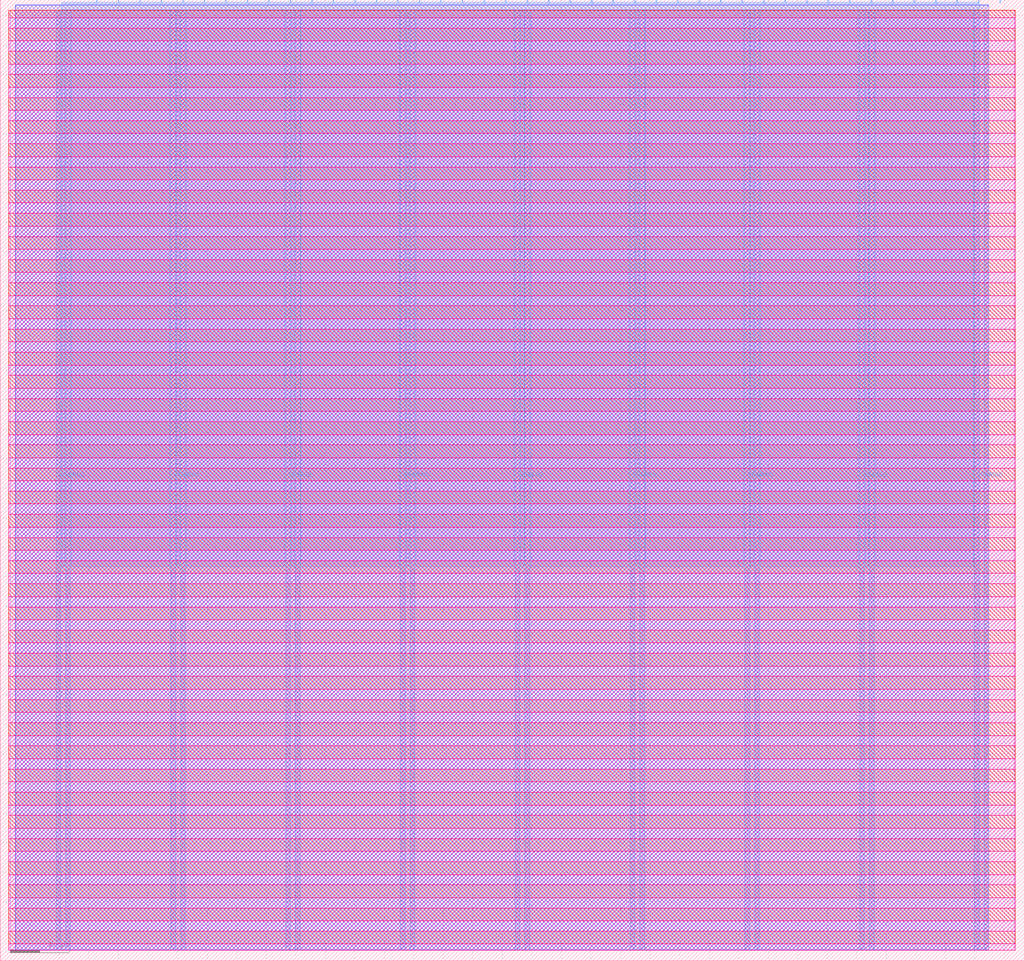
<source format=lef>
VERSION 5.7 ;
  NOWIREEXTENSIONATPIN ON ;
  DIVIDERCHAR "/" ;
  BUSBITCHARS "[]" ;
MACRO tt_um_kbeckmann_flame
  CLASS BLOCK ;
  FOREIGN tt_um_kbeckmann_flame ;
  ORIGIN 0.000 0.000 ;
  SIZE 346.640 BY 325.360 ;
  PIN VGND
    DIRECTION INOUT ;
    USE GROUND ;
    PORT
      LAYER Metal4 ;
        RECT 22.180 3.620 23.780 321.740 ;
    END
    PORT
      LAYER Metal4 ;
        RECT 61.050 3.620 62.650 321.740 ;
    END
    PORT
      LAYER Metal4 ;
        RECT 99.920 3.620 101.520 321.740 ;
    END
    PORT
      LAYER Metal4 ;
        RECT 138.790 3.620 140.390 321.740 ;
    END
    PORT
      LAYER Metal4 ;
        RECT 177.660 3.620 179.260 321.740 ;
    END
    PORT
      LAYER Metal4 ;
        RECT 216.530 3.620 218.130 321.740 ;
    END
    PORT
      LAYER Metal4 ;
        RECT 255.400 3.620 257.000 321.740 ;
    END
    PORT
      LAYER Metal4 ;
        RECT 294.270 3.620 295.870 321.740 ;
    END
    PORT
      LAYER Metal4 ;
        RECT 333.140 3.620 334.740 321.740 ;
    END
  END VGND
  PIN VPWR
    DIRECTION INOUT ;
    USE POWER ;
    PORT
      LAYER Metal4 ;
        RECT 18.880 3.620 20.480 321.740 ;
    END
    PORT
      LAYER Metal4 ;
        RECT 57.750 3.620 59.350 321.740 ;
    END
    PORT
      LAYER Metal4 ;
        RECT 96.620 3.620 98.220 321.740 ;
    END
    PORT
      LAYER Metal4 ;
        RECT 135.490 3.620 137.090 321.740 ;
    END
    PORT
      LAYER Metal4 ;
        RECT 174.360 3.620 175.960 321.740 ;
    END
    PORT
      LAYER Metal4 ;
        RECT 213.230 3.620 214.830 321.740 ;
    END
    PORT
      LAYER Metal4 ;
        RECT 252.100 3.620 253.700 321.740 ;
    END
    PORT
      LAYER Metal4 ;
        RECT 290.970 3.620 292.570 321.740 ;
    END
    PORT
      LAYER Metal4 ;
        RECT 329.840 3.620 331.440 321.740 ;
    END
  END VPWR
  PIN clk
    DIRECTION INPUT ;
    USE SIGNAL ;
    ANTENNAGATEAREA 4.738000 ;
    PORT
      LAYER Metal4 ;
        RECT 331.090 324.360 331.390 325.360 ;
    END
  END clk
  PIN ena
    DIRECTION INPUT ;
    USE SIGNAL ;
    PORT
      LAYER Metal4 ;
        RECT 338.370 324.360 338.670 325.360 ;
    END
  END ena
  PIN rst_n
    DIRECTION INPUT ;
    USE SIGNAL ;
    ANTENNAGATEAREA 1.102000 ;
    PORT
      LAYER Metal4 ;
        RECT 323.810 324.360 324.110 325.360 ;
    END
  END rst_n
  PIN ui_in[0]
    DIRECTION INPUT ;
    USE SIGNAL ;
    PORT
      LAYER Metal4 ;
        RECT 316.530 324.360 316.830 325.360 ;
    END
  END ui_in[0]
  PIN ui_in[1]
    DIRECTION INPUT ;
    USE SIGNAL ;
    PORT
      LAYER Metal4 ;
        RECT 309.250 324.360 309.550 325.360 ;
    END
  END ui_in[1]
  PIN ui_in[2]
    DIRECTION INPUT ;
    USE SIGNAL ;
    PORT
      LAYER Metal4 ;
        RECT 301.970 324.360 302.270 325.360 ;
    END
  END ui_in[2]
  PIN ui_in[3]
    DIRECTION INPUT ;
    USE SIGNAL ;
    PORT
      LAYER Metal4 ;
        RECT 294.690 324.360 294.990 325.360 ;
    END
  END ui_in[3]
  PIN ui_in[4]
    DIRECTION INPUT ;
    USE SIGNAL ;
    PORT
      LAYER Metal4 ;
        RECT 287.410 324.360 287.710 325.360 ;
    END
  END ui_in[4]
  PIN ui_in[5]
    DIRECTION INPUT ;
    USE SIGNAL ;
    PORT
      LAYER Metal4 ;
        RECT 280.130 324.360 280.430 325.360 ;
    END
  END ui_in[5]
  PIN ui_in[6]
    DIRECTION INPUT ;
    USE SIGNAL ;
    PORT
      LAYER Metal4 ;
        RECT 272.850 324.360 273.150 325.360 ;
    END
  END ui_in[6]
  PIN ui_in[7]
    DIRECTION INPUT ;
    USE SIGNAL ;
    PORT
      LAYER Metal4 ;
        RECT 265.570 324.360 265.870 325.360 ;
    END
  END ui_in[7]
  PIN uio_in[0]
    DIRECTION INPUT ;
    USE SIGNAL ;
    PORT
      LAYER Metal4 ;
        RECT 258.290 324.360 258.590 325.360 ;
    END
  END uio_in[0]
  PIN uio_in[1]
    DIRECTION INPUT ;
    USE SIGNAL ;
    PORT
      LAYER Metal4 ;
        RECT 251.010 324.360 251.310 325.360 ;
    END
  END uio_in[1]
  PIN uio_in[2]
    DIRECTION INPUT ;
    USE SIGNAL ;
    PORT
      LAYER Metal4 ;
        RECT 243.730 324.360 244.030 325.360 ;
    END
  END uio_in[2]
  PIN uio_in[3]
    DIRECTION INPUT ;
    USE SIGNAL ;
    PORT
      LAYER Metal4 ;
        RECT 236.450 324.360 236.750 325.360 ;
    END
  END uio_in[3]
  PIN uio_in[4]
    DIRECTION INPUT ;
    USE SIGNAL ;
    PORT
      LAYER Metal4 ;
        RECT 229.170 324.360 229.470 325.360 ;
    END
  END uio_in[4]
  PIN uio_in[5]
    DIRECTION INPUT ;
    USE SIGNAL ;
    PORT
      LAYER Metal4 ;
        RECT 221.890 324.360 222.190 325.360 ;
    END
  END uio_in[5]
  PIN uio_in[6]
    DIRECTION INPUT ;
    USE SIGNAL ;
    PORT
      LAYER Metal4 ;
        RECT 214.610 324.360 214.910 325.360 ;
    END
  END uio_in[6]
  PIN uio_in[7]
    DIRECTION INPUT ;
    USE SIGNAL ;
    PORT
      LAYER Metal4 ;
        RECT 207.330 324.360 207.630 325.360 ;
    END
  END uio_in[7]
  PIN uio_oe[0]
    DIRECTION OUTPUT ;
    USE SIGNAL ;
    ANTENNADIFFAREA 0.360800 ;
    PORT
      LAYER Metal4 ;
        RECT 83.570 324.360 83.870 325.360 ;
    END
  END uio_oe[0]
  PIN uio_oe[1]
    DIRECTION OUTPUT ;
    USE SIGNAL ;
    ANTENNADIFFAREA 0.360800 ;
    PORT
      LAYER Metal4 ;
        RECT 76.290 324.360 76.590 325.360 ;
    END
  END uio_oe[1]
  PIN uio_oe[2]
    DIRECTION OUTPUT ;
    USE SIGNAL ;
    ANTENNADIFFAREA 0.360800 ;
    PORT
      LAYER Metal4 ;
        RECT 69.010 324.360 69.310 325.360 ;
    END
  END uio_oe[2]
  PIN uio_oe[3]
    DIRECTION OUTPUT ;
    USE SIGNAL ;
    ANTENNADIFFAREA 0.360800 ;
    PORT
      LAYER Metal4 ;
        RECT 61.730 324.360 62.030 325.360 ;
    END
  END uio_oe[3]
  PIN uio_oe[4]
    DIRECTION OUTPUT ;
    USE SIGNAL ;
    ANTENNADIFFAREA 0.360800 ;
    PORT
      LAYER Metal4 ;
        RECT 54.450 324.360 54.750 325.360 ;
    END
  END uio_oe[4]
  PIN uio_oe[5]
    DIRECTION OUTPUT ;
    USE SIGNAL ;
    ANTENNADIFFAREA 0.360800 ;
    PORT
      LAYER Metal4 ;
        RECT 47.170 324.360 47.470 325.360 ;
    END
  END uio_oe[5]
  PIN uio_oe[6]
    DIRECTION OUTPUT ;
    USE SIGNAL ;
    ANTENNADIFFAREA 0.360800 ;
    PORT
      LAYER Metal4 ;
        RECT 39.890 324.360 40.190 325.360 ;
    END
  END uio_oe[6]
  PIN uio_oe[7]
    DIRECTION OUTPUT ;
    USE SIGNAL ;
    ANTENNADIFFAREA 0.536800 ;
    PORT
      LAYER Metal4 ;
        RECT 32.610 324.360 32.910 325.360 ;
    END
  END uio_oe[7]
  PIN uio_out[0]
    DIRECTION OUTPUT ;
    USE SIGNAL ;
    ANTENNADIFFAREA 0.360800 ;
    PORT
      LAYER Metal4 ;
        RECT 141.810 324.360 142.110 325.360 ;
    END
  END uio_out[0]
  PIN uio_out[1]
    DIRECTION OUTPUT ;
    USE SIGNAL ;
    ANTENNADIFFAREA 0.360800 ;
    PORT
      LAYER Metal4 ;
        RECT 134.530 324.360 134.830 325.360 ;
    END
  END uio_out[1]
  PIN uio_out[2]
    DIRECTION OUTPUT ;
    USE SIGNAL ;
    ANTENNADIFFAREA 0.360800 ;
    PORT
      LAYER Metal4 ;
        RECT 127.250 324.360 127.550 325.360 ;
    END
  END uio_out[2]
  PIN uio_out[3]
    DIRECTION OUTPUT ;
    USE SIGNAL ;
    ANTENNADIFFAREA 0.360800 ;
    PORT
      LAYER Metal4 ;
        RECT 119.970 324.360 120.270 325.360 ;
    END
  END uio_out[3]
  PIN uio_out[4]
    DIRECTION OUTPUT ;
    USE SIGNAL ;
    ANTENNADIFFAREA 0.360800 ;
    PORT
      LAYER Metal4 ;
        RECT 112.690 324.360 112.990 325.360 ;
    END
  END uio_out[4]
  PIN uio_out[5]
    DIRECTION OUTPUT ;
    USE SIGNAL ;
    ANTENNADIFFAREA 0.360800 ;
    PORT
      LAYER Metal4 ;
        RECT 105.410 324.360 105.710 325.360 ;
    END
  END uio_out[5]
  PIN uio_out[6]
    DIRECTION OUTPUT ;
    USE SIGNAL ;
    ANTENNADIFFAREA 0.360800 ;
    PORT
      LAYER Metal4 ;
        RECT 98.130 324.360 98.430 325.360 ;
    END
  END uio_out[6]
  PIN uio_out[7]
    DIRECTION OUTPUT ;
    USE SIGNAL ;
    ANTENNADIFFAREA 1.986000 ;
    PORT
      LAYER Metal4 ;
        RECT 90.850 324.360 91.150 325.360 ;
    END
  END uio_out[7]
  PIN uo_out[0]
    DIRECTION OUTPUT ;
    USE SIGNAL ;
    ANTENNADIFFAREA 4.295200 ;
    PORT
      LAYER Metal4 ;
        RECT 200.050 324.360 200.350 325.360 ;
    END
  END uo_out[0]
  PIN uo_out[1]
    DIRECTION OUTPUT ;
    USE SIGNAL ;
    ANTENNADIFFAREA 4.295200 ;
    PORT
      LAYER Metal4 ;
        RECT 192.770 324.360 193.070 325.360 ;
    END
  END uo_out[1]
  PIN uo_out[2]
    DIRECTION OUTPUT ;
    USE SIGNAL ;
    ANTENNADIFFAREA 2.932000 ;
    PORT
      LAYER Metal4 ;
        RECT 185.490 324.360 185.790 325.360 ;
    END
  END uo_out[2]
  PIN uo_out[3]
    DIRECTION OUTPUT ;
    USE SIGNAL ;
    ANTENNADIFFAREA 1.986000 ;
    PORT
      LAYER Metal4 ;
        RECT 178.210 324.360 178.510 325.360 ;
    END
  END uo_out[3]
  PIN uo_out[4]
    DIRECTION OUTPUT ;
    USE SIGNAL ;
    ANTENNADIFFAREA 2.963600 ;
    PORT
      LAYER Metal4 ;
        RECT 170.930 324.360 171.230 325.360 ;
    END
  END uo_out[4]
  PIN uo_out[5]
    DIRECTION OUTPUT ;
    USE SIGNAL ;
    ANTENNADIFFAREA 3.879200 ;
    PORT
      LAYER Metal4 ;
        RECT 163.650 324.360 163.950 325.360 ;
    END
  END uo_out[5]
  PIN uo_out[6]
    DIRECTION OUTPUT ;
    USE SIGNAL ;
    ANTENNADIFFAREA 2.963600 ;
    PORT
      LAYER Metal4 ;
        RECT 156.370 324.360 156.670 325.360 ;
    END
  END uo_out[6]
  PIN uo_out[7]
    DIRECTION OUTPUT ;
    USE SIGNAL ;
    ANTENNADIFFAREA 1.986000 ;
    PORT
      LAYER Metal4 ;
        RECT 149.090 324.360 149.390 325.360 ;
    END
  END uo_out[7]
  OBS
      LAYER Nwell ;
        RECT 2.930 319.280 343.710 321.870 ;
      LAYER Pwell ;
        RECT 2.930 315.760 343.710 319.280 ;
      LAYER Nwell ;
        RECT 2.930 311.440 343.710 315.760 ;
      LAYER Pwell ;
        RECT 2.930 307.920 343.710 311.440 ;
      LAYER Nwell ;
        RECT 2.930 303.600 343.710 307.920 ;
      LAYER Pwell ;
        RECT 2.930 300.080 343.710 303.600 ;
      LAYER Nwell ;
        RECT 2.930 295.760 343.710 300.080 ;
      LAYER Pwell ;
        RECT 2.930 292.240 343.710 295.760 ;
      LAYER Nwell ;
        RECT 2.930 287.920 343.710 292.240 ;
      LAYER Pwell ;
        RECT 2.930 284.400 343.710 287.920 ;
      LAYER Nwell ;
        RECT 2.930 280.080 343.710 284.400 ;
      LAYER Pwell ;
        RECT 2.930 276.560 343.710 280.080 ;
      LAYER Nwell ;
        RECT 2.930 272.240 343.710 276.560 ;
      LAYER Pwell ;
        RECT 2.930 268.720 343.710 272.240 ;
      LAYER Nwell ;
        RECT 2.930 264.400 343.710 268.720 ;
      LAYER Pwell ;
        RECT 2.930 260.880 343.710 264.400 ;
      LAYER Nwell ;
        RECT 2.930 256.560 343.710 260.880 ;
      LAYER Pwell ;
        RECT 2.930 253.040 343.710 256.560 ;
      LAYER Nwell ;
        RECT 2.930 248.720 343.710 253.040 ;
      LAYER Pwell ;
        RECT 2.930 245.200 343.710 248.720 ;
      LAYER Nwell ;
        RECT 2.930 240.880 343.710 245.200 ;
      LAYER Pwell ;
        RECT 2.930 237.360 343.710 240.880 ;
      LAYER Nwell ;
        RECT 2.930 233.040 343.710 237.360 ;
      LAYER Pwell ;
        RECT 2.930 229.520 343.710 233.040 ;
      LAYER Nwell ;
        RECT 2.930 225.200 343.710 229.520 ;
      LAYER Pwell ;
        RECT 2.930 221.680 343.710 225.200 ;
      LAYER Nwell ;
        RECT 2.930 217.360 343.710 221.680 ;
      LAYER Pwell ;
        RECT 2.930 213.840 343.710 217.360 ;
      LAYER Nwell ;
        RECT 2.930 209.520 343.710 213.840 ;
      LAYER Pwell ;
        RECT 2.930 206.000 343.710 209.520 ;
      LAYER Nwell ;
        RECT 2.930 201.680 343.710 206.000 ;
      LAYER Pwell ;
        RECT 2.930 198.160 343.710 201.680 ;
      LAYER Nwell ;
        RECT 2.930 193.840 343.710 198.160 ;
      LAYER Pwell ;
        RECT 2.930 190.320 343.710 193.840 ;
      LAYER Nwell ;
        RECT 2.930 186.000 343.710 190.320 ;
      LAYER Pwell ;
        RECT 2.930 182.480 343.710 186.000 ;
      LAYER Nwell ;
        RECT 2.930 178.160 343.710 182.480 ;
      LAYER Pwell ;
        RECT 2.930 174.640 343.710 178.160 ;
      LAYER Nwell ;
        RECT 2.930 170.320 343.710 174.640 ;
      LAYER Pwell ;
        RECT 2.930 166.800 343.710 170.320 ;
      LAYER Nwell ;
        RECT 2.930 162.480 343.710 166.800 ;
      LAYER Pwell ;
        RECT 2.930 158.960 343.710 162.480 ;
      LAYER Nwell ;
        RECT 2.930 154.640 343.710 158.960 ;
      LAYER Pwell ;
        RECT 2.930 151.120 343.710 154.640 ;
      LAYER Nwell ;
        RECT 2.930 146.800 343.710 151.120 ;
      LAYER Pwell ;
        RECT 2.930 143.280 343.710 146.800 ;
      LAYER Nwell ;
        RECT 2.930 138.960 343.710 143.280 ;
      LAYER Pwell ;
        RECT 2.930 135.440 343.710 138.960 ;
      LAYER Nwell ;
        RECT 2.930 131.120 343.710 135.440 ;
      LAYER Pwell ;
        RECT 2.930 127.600 343.710 131.120 ;
      LAYER Nwell ;
        RECT 2.930 123.280 343.710 127.600 ;
      LAYER Pwell ;
        RECT 2.930 119.760 343.710 123.280 ;
      LAYER Nwell ;
        RECT 2.930 115.440 343.710 119.760 ;
      LAYER Pwell ;
        RECT 2.930 111.920 343.710 115.440 ;
      LAYER Nwell ;
        RECT 2.930 107.600 343.710 111.920 ;
      LAYER Pwell ;
        RECT 2.930 104.080 343.710 107.600 ;
      LAYER Nwell ;
        RECT 2.930 99.760 343.710 104.080 ;
      LAYER Pwell ;
        RECT 2.930 96.240 343.710 99.760 ;
      LAYER Nwell ;
        RECT 2.930 91.920 343.710 96.240 ;
      LAYER Pwell ;
        RECT 2.930 88.400 343.710 91.920 ;
      LAYER Nwell ;
        RECT 2.930 84.080 343.710 88.400 ;
      LAYER Pwell ;
        RECT 2.930 80.560 343.710 84.080 ;
      LAYER Nwell ;
        RECT 2.930 76.240 343.710 80.560 ;
      LAYER Pwell ;
        RECT 2.930 72.720 343.710 76.240 ;
      LAYER Nwell ;
        RECT 2.930 68.400 343.710 72.720 ;
      LAYER Pwell ;
        RECT 2.930 64.880 343.710 68.400 ;
      LAYER Nwell ;
        RECT 2.930 60.560 343.710 64.880 ;
      LAYER Pwell ;
        RECT 2.930 57.040 343.710 60.560 ;
      LAYER Nwell ;
        RECT 2.930 52.720 343.710 57.040 ;
      LAYER Pwell ;
        RECT 2.930 49.200 343.710 52.720 ;
      LAYER Nwell ;
        RECT 2.930 44.880 343.710 49.200 ;
      LAYER Pwell ;
        RECT 2.930 41.360 343.710 44.880 ;
      LAYER Nwell ;
        RECT 2.930 37.040 343.710 41.360 ;
      LAYER Pwell ;
        RECT 2.930 33.520 343.710 37.040 ;
      LAYER Nwell ;
        RECT 2.930 29.200 343.710 33.520 ;
      LAYER Pwell ;
        RECT 2.930 25.680 343.710 29.200 ;
      LAYER Nwell ;
        RECT 2.930 21.360 343.710 25.680 ;
      LAYER Pwell ;
        RECT 2.930 17.840 343.710 21.360 ;
      LAYER Nwell ;
        RECT 2.930 13.520 343.710 17.840 ;
      LAYER Pwell ;
        RECT 2.930 10.000 343.710 13.520 ;
      LAYER Nwell ;
        RECT 2.930 5.680 343.710 10.000 ;
      LAYER Pwell ;
        RECT 2.930 3.490 343.710 5.680 ;
      LAYER Metal1 ;
        RECT 3.360 3.620 343.280 321.740 ;
      LAYER Metal2 ;
        RECT 5.180 3.730 334.600 323.590 ;
      LAYER Metal3 ;
        RECT 5.130 3.780 334.650 323.540 ;
      LAYER Metal4 ;
        RECT 20.860 324.060 32.310 324.590 ;
        RECT 33.210 324.060 39.590 324.590 ;
        RECT 40.490 324.060 46.870 324.590 ;
        RECT 47.770 324.060 54.150 324.590 ;
        RECT 55.050 324.060 61.430 324.590 ;
        RECT 62.330 324.060 68.710 324.590 ;
        RECT 69.610 324.060 75.990 324.590 ;
        RECT 76.890 324.060 83.270 324.590 ;
        RECT 84.170 324.060 90.550 324.590 ;
        RECT 91.450 324.060 97.830 324.590 ;
        RECT 98.730 324.060 105.110 324.590 ;
        RECT 106.010 324.060 112.390 324.590 ;
        RECT 113.290 324.060 119.670 324.590 ;
        RECT 120.570 324.060 126.950 324.590 ;
        RECT 127.850 324.060 134.230 324.590 ;
        RECT 135.130 324.060 141.510 324.590 ;
        RECT 142.410 324.060 148.790 324.590 ;
        RECT 149.690 324.060 156.070 324.590 ;
        RECT 156.970 324.060 163.350 324.590 ;
        RECT 164.250 324.060 170.630 324.590 ;
        RECT 171.530 324.060 177.910 324.590 ;
        RECT 178.810 324.060 185.190 324.590 ;
        RECT 186.090 324.060 192.470 324.590 ;
        RECT 193.370 324.060 199.750 324.590 ;
        RECT 200.650 324.060 207.030 324.590 ;
        RECT 207.930 324.060 214.310 324.590 ;
        RECT 215.210 324.060 221.590 324.590 ;
        RECT 222.490 324.060 228.870 324.590 ;
        RECT 229.770 324.060 236.150 324.590 ;
        RECT 237.050 324.060 243.430 324.590 ;
        RECT 244.330 324.060 250.710 324.590 ;
        RECT 251.610 324.060 257.990 324.590 ;
        RECT 258.890 324.060 265.270 324.590 ;
        RECT 266.170 324.060 272.550 324.590 ;
        RECT 273.450 324.060 279.830 324.590 ;
        RECT 280.730 324.060 287.110 324.590 ;
        RECT 288.010 324.060 294.390 324.590 ;
        RECT 295.290 324.060 301.670 324.590 ;
        RECT 302.570 324.060 308.950 324.590 ;
        RECT 309.850 324.060 316.230 324.590 ;
        RECT 317.130 324.060 323.510 324.590 ;
        RECT 324.410 324.060 330.790 324.590 ;
        RECT 20.860 322.040 331.380 324.060 ;
        RECT 20.860 133.370 21.880 322.040 ;
        RECT 24.080 133.370 57.450 322.040 ;
        RECT 59.650 133.370 60.750 322.040 ;
        RECT 62.950 133.370 96.320 322.040 ;
        RECT 98.520 133.370 99.620 322.040 ;
        RECT 101.820 133.370 135.190 322.040 ;
        RECT 137.390 133.370 138.490 322.040 ;
        RECT 140.690 133.370 174.060 322.040 ;
        RECT 176.260 133.370 177.360 322.040 ;
        RECT 179.560 133.370 212.930 322.040 ;
        RECT 215.130 133.370 216.230 322.040 ;
        RECT 218.430 133.370 251.800 322.040 ;
        RECT 254.000 133.370 255.100 322.040 ;
        RECT 257.300 133.370 290.670 322.040 ;
        RECT 292.870 133.370 293.970 322.040 ;
        RECT 296.170 133.370 329.540 322.040 ;
  END
END tt_um_kbeckmann_flame
END LIBRARY


</source>
